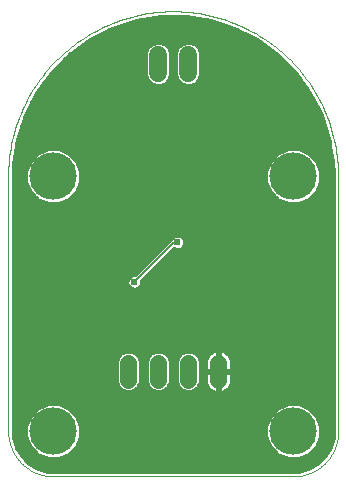
<source format=gbl>
G75*
%MOIN*%
%OFA0B0*%
%FSLAX25Y25*%
%IPPOS*%
%LPD*%
%AMOC8*
5,1,8,0,0,1.08239X$1,22.5*
%
%ADD10C,0.06000*%
%ADD11C,0.05543*%
%ADD12C,0.00000*%
%ADD13C,0.15811*%
%ADD14C,0.00600*%
%ADD15C,0.02400*%
%ADD16C,0.01600*%
D10*
X0056800Y0153506D02*
X0056800Y0159506D01*
X0066800Y0159506D02*
X0066800Y0153506D01*
D11*
X0066800Y0056778D02*
X0066800Y0051234D01*
X0076800Y0051234D02*
X0076800Y0056778D01*
X0056800Y0056778D02*
X0056800Y0051234D01*
X0046800Y0051234D02*
X0046800Y0056778D01*
D12*
X0021800Y0019006D02*
X0021438Y0019010D01*
X0021075Y0019024D01*
X0020713Y0019045D01*
X0020352Y0019076D01*
X0019992Y0019115D01*
X0019633Y0019163D01*
X0019275Y0019220D01*
X0018918Y0019285D01*
X0018563Y0019359D01*
X0018210Y0019442D01*
X0017859Y0019533D01*
X0017511Y0019632D01*
X0017165Y0019740D01*
X0016821Y0019856D01*
X0016481Y0019981D01*
X0016144Y0020113D01*
X0015810Y0020254D01*
X0015479Y0020403D01*
X0015152Y0020560D01*
X0014829Y0020724D01*
X0014510Y0020896D01*
X0014196Y0021076D01*
X0013885Y0021264D01*
X0013580Y0021459D01*
X0013279Y0021661D01*
X0012983Y0021871D01*
X0012693Y0022087D01*
X0012407Y0022311D01*
X0012127Y0022541D01*
X0011853Y0022778D01*
X0011585Y0023022D01*
X0011322Y0023272D01*
X0011066Y0023528D01*
X0010816Y0023791D01*
X0010572Y0024059D01*
X0010335Y0024333D01*
X0010105Y0024613D01*
X0009881Y0024899D01*
X0009665Y0025189D01*
X0009455Y0025485D01*
X0009253Y0025786D01*
X0009058Y0026091D01*
X0008870Y0026402D01*
X0008690Y0026716D01*
X0008518Y0027035D01*
X0008354Y0027358D01*
X0008197Y0027685D01*
X0008048Y0028016D01*
X0007907Y0028350D01*
X0007775Y0028687D01*
X0007650Y0029027D01*
X0007534Y0029371D01*
X0007426Y0029717D01*
X0007327Y0030065D01*
X0007236Y0030416D01*
X0007153Y0030769D01*
X0007079Y0031124D01*
X0007014Y0031481D01*
X0006957Y0031839D01*
X0006909Y0032198D01*
X0006870Y0032558D01*
X0006839Y0032919D01*
X0006818Y0033281D01*
X0006804Y0033644D01*
X0006800Y0034006D01*
X0006800Y0119006D01*
X0006816Y0120345D01*
X0006865Y0121684D01*
X0006947Y0123021D01*
X0007061Y0124355D01*
X0007207Y0125687D01*
X0007386Y0127014D01*
X0007597Y0128337D01*
X0007841Y0129654D01*
X0008116Y0130965D01*
X0008423Y0132268D01*
X0008762Y0133564D01*
X0009132Y0134851D01*
X0009533Y0136129D01*
X0009966Y0137397D01*
X0010429Y0138654D01*
X0010923Y0139899D01*
X0011447Y0141132D01*
X0012000Y0142351D01*
X0012584Y0143557D01*
X0013196Y0144748D01*
X0013837Y0145924D01*
X0014507Y0147084D01*
X0015205Y0148227D01*
X0015930Y0149353D01*
X0016683Y0150461D01*
X0017462Y0151551D01*
X0018268Y0152621D01*
X0019099Y0153671D01*
X0019956Y0154700D01*
X0020838Y0155709D01*
X0021743Y0156695D01*
X0022673Y0157659D01*
X0023626Y0158601D01*
X0024601Y0159519D01*
X0025599Y0160412D01*
X0026618Y0161282D01*
X0027658Y0162126D01*
X0028718Y0162944D01*
X0029798Y0163737D01*
X0030896Y0164503D01*
X0032014Y0165242D01*
X0033148Y0165954D01*
X0034300Y0166637D01*
X0035468Y0167293D01*
X0036652Y0167920D01*
X0037850Y0168518D01*
X0039063Y0169086D01*
X0040289Y0169625D01*
X0041528Y0170134D01*
X0042779Y0170612D01*
X0044042Y0171060D01*
X0045314Y0171477D01*
X0046597Y0171863D01*
X0047889Y0172218D01*
X0049189Y0172541D01*
X0050496Y0172832D01*
X0051810Y0173091D01*
X0053130Y0173318D01*
X0054455Y0173513D01*
X0055785Y0173676D01*
X0057118Y0173806D01*
X0058453Y0173904D01*
X0059791Y0173969D01*
X0061130Y0174002D01*
X0062470Y0174002D01*
X0063809Y0173969D01*
X0065147Y0173904D01*
X0066482Y0173806D01*
X0067815Y0173676D01*
X0069145Y0173513D01*
X0070470Y0173318D01*
X0071790Y0173091D01*
X0073104Y0172832D01*
X0074411Y0172541D01*
X0075711Y0172218D01*
X0077003Y0171863D01*
X0078286Y0171477D01*
X0079558Y0171060D01*
X0080821Y0170612D01*
X0082072Y0170134D01*
X0083311Y0169625D01*
X0084537Y0169086D01*
X0085750Y0168518D01*
X0086948Y0167920D01*
X0088132Y0167293D01*
X0089300Y0166637D01*
X0090452Y0165954D01*
X0091586Y0165242D01*
X0092704Y0164503D01*
X0093802Y0163737D01*
X0094882Y0162944D01*
X0095942Y0162126D01*
X0096982Y0161282D01*
X0098001Y0160412D01*
X0098999Y0159519D01*
X0099974Y0158601D01*
X0100927Y0157659D01*
X0101857Y0156695D01*
X0102762Y0155709D01*
X0103644Y0154700D01*
X0104501Y0153671D01*
X0105332Y0152621D01*
X0106138Y0151551D01*
X0106917Y0150461D01*
X0107670Y0149353D01*
X0108395Y0148227D01*
X0109093Y0147084D01*
X0109763Y0145924D01*
X0110404Y0144748D01*
X0111016Y0143557D01*
X0111600Y0142351D01*
X0112153Y0141132D01*
X0112677Y0139899D01*
X0113171Y0138654D01*
X0113634Y0137397D01*
X0114067Y0136129D01*
X0114468Y0134851D01*
X0114838Y0133564D01*
X0115177Y0132268D01*
X0115484Y0130965D01*
X0115759Y0129654D01*
X0116003Y0128337D01*
X0116214Y0127014D01*
X0116393Y0125687D01*
X0116539Y0124355D01*
X0116653Y0123021D01*
X0116735Y0121684D01*
X0116784Y0120345D01*
X0116800Y0119006D01*
X0116800Y0034006D01*
X0116796Y0033644D01*
X0116782Y0033281D01*
X0116761Y0032919D01*
X0116730Y0032558D01*
X0116691Y0032198D01*
X0116643Y0031839D01*
X0116586Y0031481D01*
X0116521Y0031124D01*
X0116447Y0030769D01*
X0116364Y0030416D01*
X0116273Y0030065D01*
X0116174Y0029717D01*
X0116066Y0029371D01*
X0115950Y0029027D01*
X0115825Y0028687D01*
X0115693Y0028350D01*
X0115552Y0028016D01*
X0115403Y0027685D01*
X0115246Y0027358D01*
X0115082Y0027035D01*
X0114910Y0026716D01*
X0114730Y0026402D01*
X0114542Y0026091D01*
X0114347Y0025786D01*
X0114145Y0025485D01*
X0113935Y0025189D01*
X0113719Y0024899D01*
X0113495Y0024613D01*
X0113265Y0024333D01*
X0113028Y0024059D01*
X0112784Y0023791D01*
X0112534Y0023528D01*
X0112278Y0023272D01*
X0112015Y0023022D01*
X0111747Y0022778D01*
X0111473Y0022541D01*
X0111193Y0022311D01*
X0110907Y0022087D01*
X0110617Y0021871D01*
X0110321Y0021661D01*
X0110020Y0021459D01*
X0109715Y0021264D01*
X0109404Y0021076D01*
X0109090Y0020896D01*
X0108771Y0020724D01*
X0108448Y0020560D01*
X0108121Y0020403D01*
X0107790Y0020254D01*
X0107456Y0020113D01*
X0107119Y0019981D01*
X0106779Y0019856D01*
X0106435Y0019740D01*
X0106089Y0019632D01*
X0105741Y0019533D01*
X0105390Y0019442D01*
X0105037Y0019359D01*
X0104682Y0019285D01*
X0104325Y0019220D01*
X0103967Y0019163D01*
X0103608Y0019115D01*
X0103248Y0019076D01*
X0102887Y0019045D01*
X0102525Y0019024D01*
X0102162Y0019010D01*
X0101800Y0019006D01*
X0021800Y0019006D01*
D13*
X0021800Y0034006D03*
X0021800Y0119006D03*
X0101800Y0119006D03*
X0101800Y0034006D03*
D14*
X0048800Y0083806D02*
X0062000Y0097006D01*
X0063200Y0097006D01*
D15*
X0063200Y0097006D03*
X0048800Y0083806D03*
D16*
X0011328Y0025970D02*
X0013764Y0023534D01*
X0016749Y0021811D01*
X0020077Y0020919D01*
X0021800Y0020806D01*
X0101800Y0020806D01*
X0103523Y0020919D01*
X0106851Y0021811D01*
X0109836Y0023534D01*
X0112272Y0025970D01*
X0113995Y0028954D01*
X0114887Y0032283D01*
X0115000Y0034006D01*
X0115000Y0119006D01*
X0114836Y0123180D01*
X0113530Y0131425D01*
X0110950Y0139365D01*
X0107160Y0146803D01*
X0102254Y0153557D01*
X0096351Y0159459D01*
X0089597Y0164366D01*
X0082159Y0168156D01*
X0074219Y0170736D01*
X0065974Y0172042D01*
X0057626Y0172042D01*
X0049381Y0170736D01*
X0041441Y0168156D01*
X0034003Y0164366D01*
X0027249Y0159459D01*
X0021346Y0153557D01*
X0016440Y0146803D01*
X0012650Y0139365D01*
X0010070Y0131425D01*
X0008764Y0123180D01*
X0008600Y0119006D01*
X0008600Y0034006D01*
X0008713Y0032283D01*
X0009605Y0028954D01*
X0011328Y0025970D01*
X0011898Y0025400D02*
X0018260Y0025400D01*
X0019949Y0024700D02*
X0016529Y0026117D01*
X0013911Y0028735D01*
X0012494Y0032155D01*
X0012494Y0035857D01*
X0013911Y0039277D01*
X0016529Y0041895D01*
X0019949Y0043311D01*
X0023651Y0043311D01*
X0027071Y0041895D01*
X0029689Y0039277D01*
X0031105Y0035857D01*
X0031105Y0032155D01*
X0029689Y0028735D01*
X0027071Y0026117D01*
X0023651Y0024700D01*
X0019949Y0024700D01*
X0016069Y0022203D02*
X0107531Y0022203D01*
X0105340Y0025400D02*
X0111702Y0025400D01*
X0112866Y0026998D02*
X0107953Y0026998D01*
X0107071Y0026117D02*
X0109689Y0028735D01*
X0111105Y0032155D01*
X0111105Y0035857D01*
X0109689Y0039277D01*
X0107071Y0041895D01*
X0103651Y0043311D01*
X0099949Y0043311D01*
X0096529Y0041895D01*
X0093911Y0039277D01*
X0092494Y0035857D01*
X0092494Y0032155D01*
X0093911Y0028735D01*
X0096529Y0026117D01*
X0099949Y0024700D01*
X0103651Y0024700D01*
X0107071Y0026117D01*
X0109551Y0028597D02*
X0113789Y0028597D01*
X0114328Y0030195D02*
X0110294Y0030195D01*
X0110956Y0031794D02*
X0114756Y0031794D01*
X0114960Y0033393D02*
X0111105Y0033393D01*
X0111105Y0034991D02*
X0115000Y0034991D01*
X0115000Y0036590D02*
X0110802Y0036590D01*
X0110140Y0038188D02*
X0115000Y0038188D01*
X0115000Y0039787D02*
X0109179Y0039787D01*
X0107581Y0041385D02*
X0115000Y0041385D01*
X0115000Y0042984D02*
X0104442Y0042984D01*
X0099158Y0042984D02*
X0024442Y0042984D01*
X0027581Y0041385D02*
X0096019Y0041385D01*
X0094421Y0039787D02*
X0029179Y0039787D01*
X0030140Y0038188D02*
X0093460Y0038188D01*
X0092798Y0036590D02*
X0030802Y0036590D01*
X0031105Y0034991D02*
X0092494Y0034991D01*
X0092494Y0033393D02*
X0031105Y0033393D01*
X0030956Y0031794D02*
X0092644Y0031794D01*
X0093306Y0030195D02*
X0030294Y0030195D01*
X0029551Y0028597D02*
X0094049Y0028597D01*
X0095647Y0026998D02*
X0027953Y0026998D01*
X0025340Y0025400D02*
X0098260Y0025400D01*
X0110103Y0023801D02*
X0013497Y0023801D01*
X0015647Y0026998D02*
X0010734Y0026998D01*
X0009811Y0028597D02*
X0014049Y0028597D01*
X0013306Y0030195D02*
X0009272Y0030195D01*
X0008844Y0031794D02*
X0012644Y0031794D01*
X0012494Y0033393D02*
X0008640Y0033393D01*
X0008600Y0034991D02*
X0012494Y0034991D01*
X0012798Y0036590D02*
X0008600Y0036590D01*
X0008600Y0038188D02*
X0013460Y0038188D01*
X0014421Y0039787D02*
X0008600Y0039787D01*
X0008600Y0041385D02*
X0016019Y0041385D01*
X0019158Y0042984D02*
X0008600Y0042984D01*
X0008600Y0044582D02*
X0115000Y0044582D01*
X0115000Y0046181D02*
X0008600Y0046181D01*
X0008600Y0047779D02*
X0044356Y0047779D01*
X0044437Y0047698D02*
X0045970Y0047063D01*
X0047630Y0047063D01*
X0049163Y0047698D01*
X0050337Y0048871D01*
X0050972Y0050404D01*
X0050972Y0057607D01*
X0050337Y0059141D01*
X0049163Y0060314D01*
X0047630Y0060949D01*
X0045970Y0060949D01*
X0044437Y0060314D01*
X0043263Y0059141D01*
X0042628Y0057607D01*
X0042628Y0050404D01*
X0043263Y0048871D01*
X0044437Y0047698D01*
X0043054Y0049378D02*
X0008600Y0049378D01*
X0008600Y0050976D02*
X0042628Y0050976D01*
X0042628Y0052575D02*
X0008600Y0052575D01*
X0008600Y0054173D02*
X0042628Y0054173D01*
X0042628Y0055772D02*
X0008600Y0055772D01*
X0008600Y0057370D02*
X0042628Y0057370D01*
X0043192Y0058969D02*
X0008600Y0058969D01*
X0008600Y0060567D02*
X0045048Y0060567D01*
X0048552Y0060567D02*
X0055048Y0060567D01*
X0054437Y0060314D02*
X0053263Y0059141D01*
X0052628Y0057607D01*
X0052628Y0050404D01*
X0053263Y0048871D01*
X0054437Y0047698D01*
X0055970Y0047063D01*
X0057630Y0047063D01*
X0059163Y0047698D01*
X0060337Y0048871D01*
X0060972Y0050404D01*
X0060972Y0057607D01*
X0060337Y0059141D01*
X0059163Y0060314D01*
X0057630Y0060949D01*
X0055970Y0060949D01*
X0054437Y0060314D01*
X0053192Y0058969D02*
X0050408Y0058969D01*
X0050972Y0057370D02*
X0052628Y0057370D01*
X0052628Y0055772D02*
X0050972Y0055772D01*
X0050972Y0054173D02*
X0052628Y0054173D01*
X0052628Y0052575D02*
X0050972Y0052575D01*
X0050972Y0050976D02*
X0052628Y0050976D01*
X0053054Y0049378D02*
X0050546Y0049378D01*
X0049244Y0047779D02*
X0054356Y0047779D01*
X0059244Y0047779D02*
X0064356Y0047779D01*
X0064437Y0047698D02*
X0065970Y0047063D01*
X0067630Y0047063D01*
X0069163Y0047698D01*
X0070337Y0048871D01*
X0070972Y0050404D01*
X0070972Y0057607D01*
X0070337Y0059141D01*
X0069163Y0060314D01*
X0067630Y0060949D01*
X0065970Y0060949D01*
X0064437Y0060314D01*
X0063263Y0059141D01*
X0062628Y0057607D01*
X0062628Y0050404D01*
X0063263Y0048871D01*
X0064437Y0047698D01*
X0063054Y0049378D02*
X0060546Y0049378D01*
X0060972Y0050976D02*
X0062628Y0050976D01*
X0062628Y0052575D02*
X0060972Y0052575D01*
X0060972Y0054173D02*
X0062628Y0054173D01*
X0062628Y0055772D02*
X0060972Y0055772D01*
X0060972Y0057370D02*
X0062628Y0057370D01*
X0063192Y0058969D02*
X0060408Y0058969D01*
X0058552Y0060567D02*
X0065048Y0060567D01*
X0068552Y0060567D02*
X0074238Y0060567D01*
X0074404Y0060688D02*
X0073822Y0060265D01*
X0073313Y0059756D01*
X0072890Y0059174D01*
X0072563Y0058532D01*
X0072341Y0057848D01*
X0072228Y0057137D01*
X0072228Y0054092D01*
X0076714Y0054092D01*
X0076714Y0061349D01*
X0076440Y0061349D01*
X0075729Y0061237D01*
X0075045Y0061014D01*
X0074404Y0060688D01*
X0076714Y0060567D02*
X0076886Y0060567D01*
X0076886Y0061349D02*
X0076886Y0054092D01*
X0076714Y0054092D01*
X0076714Y0053920D01*
X0072228Y0053920D01*
X0072228Y0050874D01*
X0072341Y0050164D01*
X0072563Y0049479D01*
X0072890Y0048838D01*
X0073313Y0048256D01*
X0073822Y0047747D01*
X0074404Y0047324D01*
X0075045Y0046998D01*
X0075729Y0046775D01*
X0076440Y0046663D01*
X0076714Y0046663D01*
X0076714Y0053920D01*
X0076886Y0053920D01*
X0076886Y0054092D01*
X0081372Y0054092D01*
X0081372Y0057137D01*
X0081259Y0057848D01*
X0081037Y0058532D01*
X0080710Y0059174D01*
X0080287Y0059756D01*
X0079778Y0060265D01*
X0079196Y0060688D01*
X0078555Y0061014D01*
X0077871Y0061237D01*
X0077160Y0061349D01*
X0076886Y0061349D01*
X0076886Y0058969D02*
X0076714Y0058969D01*
X0076714Y0057370D02*
X0076886Y0057370D01*
X0076886Y0055772D02*
X0076714Y0055772D01*
X0076714Y0054173D02*
X0076886Y0054173D01*
X0076886Y0053920D02*
X0081372Y0053920D01*
X0081372Y0050874D01*
X0081259Y0050164D01*
X0081037Y0049479D01*
X0080710Y0048838D01*
X0080287Y0048256D01*
X0079778Y0047747D01*
X0079196Y0047324D01*
X0078555Y0046998D01*
X0077871Y0046775D01*
X0077160Y0046663D01*
X0076886Y0046663D01*
X0076886Y0053920D01*
X0076886Y0052575D02*
X0076714Y0052575D01*
X0076714Y0050976D02*
X0076886Y0050976D01*
X0076886Y0049378D02*
X0076714Y0049378D01*
X0076714Y0047779D02*
X0076886Y0047779D01*
X0079810Y0047779D02*
X0115000Y0047779D01*
X0115000Y0049378D02*
X0080985Y0049378D01*
X0081372Y0050976D02*
X0115000Y0050976D01*
X0115000Y0052575D02*
X0081372Y0052575D01*
X0081372Y0054173D02*
X0115000Y0054173D01*
X0115000Y0055772D02*
X0081372Y0055772D01*
X0081335Y0057370D02*
X0115000Y0057370D01*
X0115000Y0058969D02*
X0080814Y0058969D01*
X0079362Y0060567D02*
X0115000Y0060567D01*
X0115000Y0062166D02*
X0008600Y0062166D01*
X0008600Y0063764D02*
X0115000Y0063764D01*
X0115000Y0065363D02*
X0008600Y0065363D01*
X0008600Y0066961D02*
X0115000Y0066961D01*
X0115000Y0068560D02*
X0008600Y0068560D01*
X0008600Y0070158D02*
X0115000Y0070158D01*
X0115000Y0071757D02*
X0008600Y0071757D01*
X0008600Y0073355D02*
X0115000Y0073355D01*
X0115000Y0074954D02*
X0008600Y0074954D01*
X0008600Y0076552D02*
X0115000Y0076552D01*
X0115000Y0078151D02*
X0008600Y0078151D01*
X0008600Y0079749D02*
X0115000Y0079749D01*
X0115000Y0081348D02*
X0049660Y0081348D01*
X0049317Y0081206D02*
X0050273Y0081602D01*
X0051004Y0082333D01*
X0051400Y0083289D01*
X0051400Y0084002D01*
X0062062Y0094663D01*
X0062683Y0094406D01*
X0063717Y0094406D01*
X0064673Y0094802D01*
X0065404Y0095533D01*
X0065800Y0096489D01*
X0065800Y0097523D01*
X0065404Y0098479D01*
X0064673Y0099210D01*
X0063717Y0099606D01*
X0062683Y0099606D01*
X0061727Y0099210D01*
X0060996Y0098479D01*
X0060944Y0098354D01*
X0048996Y0086406D01*
X0048283Y0086406D01*
X0047327Y0086010D01*
X0046596Y0085279D01*
X0046200Y0084323D01*
X0046200Y0083289D01*
X0046596Y0082333D01*
X0047327Y0081602D01*
X0048283Y0081206D01*
X0049317Y0081206D01*
X0047940Y0081348D02*
X0008600Y0081348D01*
X0008600Y0082946D02*
X0046342Y0082946D01*
X0046292Y0084545D02*
X0008600Y0084545D01*
X0008600Y0086143D02*
X0047649Y0086143D01*
X0050332Y0087742D02*
X0008600Y0087742D01*
X0008600Y0089340D02*
X0051930Y0089340D01*
X0053529Y0090939D02*
X0008600Y0090939D01*
X0008600Y0092537D02*
X0055127Y0092537D01*
X0056726Y0094136D02*
X0008600Y0094136D01*
X0008600Y0095734D02*
X0058324Y0095734D01*
X0059923Y0097333D02*
X0008600Y0097333D01*
X0008600Y0098931D02*
X0061449Y0098931D01*
X0061534Y0094136D02*
X0115000Y0094136D01*
X0115000Y0095734D02*
X0065488Y0095734D01*
X0065800Y0097333D02*
X0115000Y0097333D01*
X0115000Y0098931D02*
X0064951Y0098931D01*
X0059936Y0092537D02*
X0115000Y0092537D01*
X0115000Y0090939D02*
X0058337Y0090939D01*
X0056739Y0089340D02*
X0115000Y0089340D01*
X0115000Y0087742D02*
X0055140Y0087742D01*
X0053542Y0086143D02*
X0115000Y0086143D01*
X0115000Y0084545D02*
X0051943Y0084545D01*
X0051258Y0082946D02*
X0115000Y0082946D01*
X0115000Y0100530D02*
X0008600Y0100530D01*
X0008600Y0102128D02*
X0115000Y0102128D01*
X0115000Y0103727D02*
X0008600Y0103727D01*
X0008600Y0105326D02*
X0115000Y0105326D01*
X0115000Y0106924D02*
X0008600Y0106924D01*
X0008600Y0108523D02*
X0115000Y0108523D01*
X0115000Y0110121D02*
X0104667Y0110121D01*
X0103651Y0109700D02*
X0107071Y0111117D01*
X0109689Y0113735D01*
X0111105Y0117155D01*
X0111105Y0120857D01*
X0109689Y0124277D01*
X0107071Y0126895D01*
X0103651Y0128311D01*
X0099949Y0128311D01*
X0096529Y0126895D01*
X0093911Y0124277D01*
X0092494Y0120857D01*
X0092494Y0117155D01*
X0093911Y0113735D01*
X0096529Y0111117D01*
X0099949Y0109700D01*
X0103651Y0109700D01*
X0098933Y0110121D02*
X0024667Y0110121D01*
X0023651Y0109700D02*
X0027071Y0111117D01*
X0029689Y0113735D01*
X0031105Y0117155D01*
X0031105Y0120857D01*
X0029689Y0124277D01*
X0027071Y0126895D01*
X0023651Y0128311D01*
X0019949Y0128311D01*
X0016529Y0126895D01*
X0013911Y0124277D01*
X0012494Y0120857D01*
X0012494Y0117155D01*
X0013911Y0113735D01*
X0016529Y0111117D01*
X0019949Y0109700D01*
X0023651Y0109700D01*
X0027674Y0111720D02*
X0095926Y0111720D01*
X0094328Y0113318D02*
X0029272Y0113318D01*
X0030178Y0114917D02*
X0093422Y0114917D01*
X0092759Y0116515D02*
X0030840Y0116515D01*
X0031105Y0118114D02*
X0092494Y0118114D01*
X0092494Y0119712D02*
X0031105Y0119712D01*
X0030918Y0121311D02*
X0092682Y0121311D01*
X0093345Y0122909D02*
X0030255Y0122909D01*
X0029458Y0124508D02*
X0094142Y0124508D01*
X0095740Y0126106D02*
X0027860Y0126106D01*
X0025116Y0127705D02*
X0098484Y0127705D01*
X0105116Y0127705D02*
X0114119Y0127705D01*
X0113866Y0129303D02*
X0009734Y0129303D01*
X0009481Y0127705D02*
X0018484Y0127705D01*
X0015740Y0126106D02*
X0009227Y0126106D01*
X0008974Y0124508D02*
X0014142Y0124508D01*
X0013345Y0122909D02*
X0008753Y0122909D01*
X0008691Y0121311D02*
X0012682Y0121311D01*
X0012494Y0119712D02*
X0008628Y0119712D01*
X0008600Y0118114D02*
X0012494Y0118114D01*
X0012759Y0116515D02*
X0008600Y0116515D01*
X0008600Y0114917D02*
X0013422Y0114917D01*
X0014328Y0113318D02*
X0008600Y0113318D01*
X0008600Y0111720D02*
X0015926Y0111720D01*
X0018933Y0110121D02*
X0008600Y0110121D01*
X0009987Y0130902D02*
X0113613Y0130902D01*
X0113181Y0132500D02*
X0010419Y0132500D01*
X0010939Y0134099D02*
X0112661Y0134099D01*
X0112142Y0135697D02*
X0011458Y0135697D01*
X0011977Y0137296D02*
X0111623Y0137296D01*
X0111103Y0138894D02*
X0012497Y0138894D01*
X0013224Y0140493D02*
X0110376Y0140493D01*
X0109561Y0142091D02*
X0014039Y0142091D01*
X0014853Y0143690D02*
X0108747Y0143690D01*
X0107932Y0145288D02*
X0015668Y0145288D01*
X0016501Y0146887D02*
X0107099Y0146887D01*
X0105938Y0148485D02*
X0017662Y0148485D01*
X0018823Y0150084D02*
X0054000Y0150084D01*
X0054308Y0149776D02*
X0055925Y0149106D01*
X0057675Y0149106D01*
X0059292Y0149776D01*
X0060530Y0151013D01*
X0061200Y0152631D01*
X0061200Y0160381D01*
X0060530Y0161998D01*
X0059292Y0163236D01*
X0057675Y0163906D01*
X0055925Y0163906D01*
X0054308Y0163236D01*
X0053070Y0161998D01*
X0052400Y0160381D01*
X0052400Y0152631D01*
X0053070Y0151013D01*
X0054308Y0149776D01*
X0052793Y0151682D02*
X0019985Y0151682D01*
X0021146Y0153281D02*
X0052400Y0153281D01*
X0052400Y0154879D02*
X0022669Y0154879D01*
X0024268Y0156478D02*
X0052400Y0156478D01*
X0052400Y0158076D02*
X0025866Y0158076D01*
X0027546Y0159675D02*
X0052400Y0159675D01*
X0052770Y0161273D02*
X0029746Y0161273D01*
X0031946Y0162872D02*
X0053943Y0162872D01*
X0050192Y0170864D02*
X0073408Y0170864D01*
X0078744Y0169266D02*
X0044856Y0169266D01*
X0040482Y0167667D02*
X0083118Y0167667D01*
X0086255Y0166069D02*
X0037345Y0166069D01*
X0034207Y0164470D02*
X0089393Y0164470D01*
X0091654Y0162872D02*
X0069657Y0162872D01*
X0069292Y0163236D02*
X0067675Y0163906D01*
X0065925Y0163906D01*
X0064308Y0163236D01*
X0063070Y0161998D01*
X0062400Y0160381D01*
X0062400Y0152631D01*
X0063070Y0151013D01*
X0064308Y0149776D01*
X0065925Y0149106D01*
X0067675Y0149106D01*
X0069292Y0149776D01*
X0070530Y0151013D01*
X0071200Y0152631D01*
X0071200Y0160381D01*
X0070530Y0161998D01*
X0069292Y0163236D01*
X0070830Y0161273D02*
X0093854Y0161273D01*
X0096054Y0159675D02*
X0071200Y0159675D01*
X0071200Y0158076D02*
X0097734Y0158076D01*
X0099332Y0156478D02*
X0071200Y0156478D01*
X0071200Y0154879D02*
X0100931Y0154879D01*
X0102454Y0153281D02*
X0071200Y0153281D01*
X0070807Y0151682D02*
X0103615Y0151682D01*
X0104777Y0150084D02*
X0069600Y0150084D01*
X0064000Y0150084D02*
X0059600Y0150084D01*
X0060807Y0151682D02*
X0062793Y0151682D01*
X0062400Y0153281D02*
X0061200Y0153281D01*
X0061200Y0154879D02*
X0062400Y0154879D01*
X0062400Y0156478D02*
X0061200Y0156478D01*
X0061200Y0158076D02*
X0062400Y0158076D01*
X0062400Y0159675D02*
X0061200Y0159675D01*
X0060830Y0161273D02*
X0062770Y0161273D01*
X0063943Y0162872D02*
X0059657Y0162872D01*
X0107860Y0126106D02*
X0114373Y0126106D01*
X0114626Y0124508D02*
X0109458Y0124508D01*
X0110255Y0122909D02*
X0114847Y0122909D01*
X0114909Y0121311D02*
X0110918Y0121311D01*
X0111105Y0119712D02*
X0114972Y0119712D01*
X0115000Y0118114D02*
X0111105Y0118114D01*
X0110840Y0116515D02*
X0115000Y0116515D01*
X0115000Y0114917D02*
X0110178Y0114917D01*
X0109272Y0113318D02*
X0115000Y0113318D01*
X0115000Y0111720D02*
X0107674Y0111720D01*
X0072786Y0058969D02*
X0070408Y0058969D01*
X0070972Y0057370D02*
X0072265Y0057370D01*
X0072228Y0055772D02*
X0070972Y0055772D01*
X0070972Y0054173D02*
X0072228Y0054173D01*
X0072228Y0052575D02*
X0070972Y0052575D01*
X0070972Y0050976D02*
X0072228Y0050976D01*
X0072615Y0049378D02*
X0070546Y0049378D01*
X0069244Y0047779D02*
X0073790Y0047779D01*
M02*

</source>
